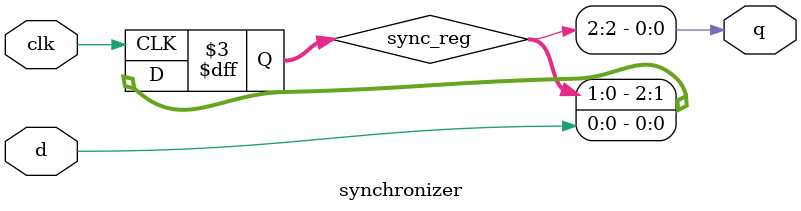
<source format=v>
/* 
 * ----------------------------------------------------------------------------
 *  Project:  OpenHBMC
 *  Filename: synchronizer.v
 *  Purpose:  Simple, single bit, clock domain crossing synchronizer.
 * ----------------------------------------------------------------------------
 *  Copyright © 2020, Vaagn Oganesyan <ovgn@protonmail.com>
 *  
 *  Licensed under the Apache License, Version 2.0 (the "License");
 *  you may not use this file except in compliance with the License.
 *  You may obtain a copy of the License at
 *  
 *      http://www.apache.org/licenses/LICENSE-2.0
 *  
 *  Unless required by applicable law or agreed to in writing, software
 *  distributed under the License is distributed on an "AS IS" BASIS,
 *  WITHOUT WARRANTIES OR CONDITIONS OF ANY KIND, either express or implied.
 *  See the License for the specific language governing permissions and
 * ----------------------------------------------------------------------------
 */

 
`default_nettype none
`timescale 1ps / 1ps


module synchronizer #
(
    parameter   C_SYNC_STAGES = 3
)
(
    input   wire    clk,
    input   wire    d,
    output  wire    q
);
  
    (* ASYNC_REG = "TRUE", SHREG_EXTRACT = "no" *) reg  [C_SYNC_STAGES - 1:0] sync_reg = {C_SYNC_STAGES{1'b0}};

    always @(posedge clk) begin
        sync_reg <= {sync_reg[C_SYNC_STAGES - 2:0], d};
    end    
    
    assign q = sync_reg[C_SYNC_STAGES - 1];
    
endmodule

/*----------------------------------------------------------------------------------------------------------------------------*/

`default_nettype wire

</source>
